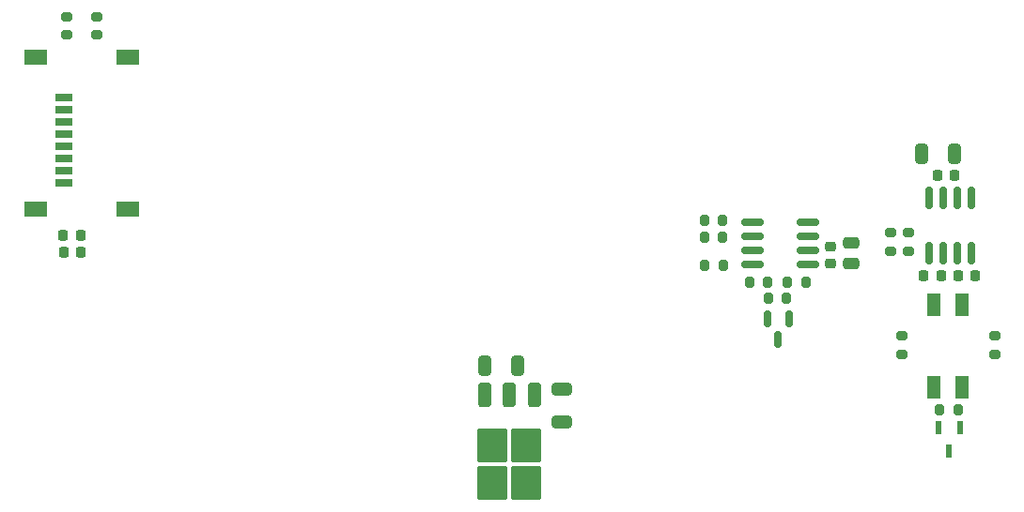
<source format=gbr>
%TF.GenerationSoftware,KiCad,Pcbnew,9.0.2*%
%TF.CreationDate,2025-09-08T10:53:28+03:00*%
%TF.ProjectId,OpenAirScope,4f70656e-4169-4725-9363-6f70652e6b69,v0-Draft*%
%TF.SameCoordinates,Original*%
%TF.FileFunction,Paste,Bot*%
%TF.FilePolarity,Positive*%
%FSLAX46Y46*%
G04 Gerber Fmt 4.6, Leading zero omitted, Abs format (unit mm)*
G04 Created by KiCad (PCBNEW 9.0.2) date 2025-09-08 10:53:28*
%MOMM*%
%LPD*%
G01*
G04 APERTURE LIST*
G04 Aperture macros list*
%AMRoundRect*
0 Rectangle with rounded corners*
0 $1 Rounding radius*
0 $2 $3 $4 $5 $6 $7 $8 $9 X,Y pos of 4 corners*
0 Add a 4 corners polygon primitive as box body*
4,1,4,$2,$3,$4,$5,$6,$7,$8,$9,$2,$3,0*
0 Add four circle primitives for the rounded corners*
1,1,$1+$1,$2,$3*
1,1,$1+$1,$4,$5*
1,1,$1+$1,$6,$7*
1,1,$1+$1,$8,$9*
0 Add four rect primitives between the rounded corners*
20,1,$1+$1,$2,$3,$4,$5,0*
20,1,$1+$1,$4,$5,$6,$7,0*
20,1,$1+$1,$6,$7,$8,$9,0*
20,1,$1+$1,$8,$9,$2,$3,0*%
G04 Aperture macros list end*
%ADD10RoundRect,0.225000X-0.225000X-0.250000X0.225000X-0.250000X0.225000X0.250000X-0.225000X0.250000X0*%
%ADD11RoundRect,0.250000X0.325000X0.650000X-0.325000X0.650000X-0.325000X-0.650000X0.325000X-0.650000X0*%
%ADD12RoundRect,0.200000X0.200000X0.275000X-0.200000X0.275000X-0.200000X-0.275000X0.200000X-0.275000X0*%
%ADD13RoundRect,0.200000X0.275000X-0.200000X0.275000X0.200000X-0.275000X0.200000X-0.275000X-0.200000X0*%
%ADD14R,0.600000X1.300000*%
%ADD15RoundRect,0.250000X0.475000X-0.250000X0.475000X0.250000X-0.475000X0.250000X-0.475000X-0.250000X0*%
%ADD16RoundRect,0.150000X-0.825000X-0.150000X0.825000X-0.150000X0.825000X0.150000X-0.825000X0.150000X0*%
%ADD17RoundRect,0.250000X-0.650000X0.325000X-0.650000X-0.325000X0.650000X-0.325000X0.650000X0.325000X0*%
%ADD18RoundRect,0.225000X0.225000X0.250000X-0.225000X0.250000X-0.225000X-0.250000X0.225000X-0.250000X0*%
%ADD19RoundRect,0.250000X-0.325000X-0.650000X0.325000X-0.650000X0.325000X0.650000X-0.325000X0.650000X0*%
%ADD20RoundRect,0.150000X-0.150000X0.825000X-0.150000X-0.825000X0.150000X-0.825000X0.150000X0.825000X0*%
%ADD21RoundRect,0.225000X0.250000X-0.225000X0.250000X0.225000X-0.250000X0.225000X-0.250000X-0.225000X0*%
%ADD22RoundRect,0.150000X-0.150000X0.587500X-0.150000X-0.587500X0.150000X-0.587500X0.150000X0.587500X0*%
%ADD23R,1.200000X2.000000*%
%ADD24RoundRect,0.250000X-1.125000X1.275000X-1.125000X-1.275000X1.125000X-1.275000X1.125000X1.275000X0*%
%ADD25RoundRect,0.250000X-0.350000X0.850000X-0.350000X-0.850000X0.350000X-0.850000X0.350000X0.850000X0*%
%ADD26RoundRect,0.200000X-0.275000X0.200000X-0.275000X-0.200000X0.275000X-0.200000X0.275000X0.200000X0*%
%ADD27R,1.500000X0.800000*%
%ADD28R,2.000000X1.450000*%
G04 APERTURE END LIST*
D10*
%TO.C,C75*%
X102600000Y-121850000D03*
X104150000Y-121850000D03*
%TD*%
D11*
%TO.C,C57*%
X182875000Y-112967618D03*
X179925000Y-112967618D03*
%TD*%
D12*
%TO.C,R40*%
X167775000Y-126000000D03*
X166125000Y-126000000D03*
%TD*%
D13*
%TO.C,R46*%
X105562070Y-102180641D03*
X105562070Y-100530641D03*
%TD*%
D14*
%TO.C,D6*%
X181460000Y-137650000D03*
X183360000Y-137650000D03*
X182410000Y-139750000D03*
%TD*%
D12*
%TO.C,R37*%
X161975000Y-118950000D03*
X160325000Y-118950000D03*
%TD*%
D10*
%TO.C,C76*%
X102570000Y-120310000D03*
X104120000Y-120310000D03*
%TD*%
D12*
%TO.C,R36*%
X161975000Y-120450000D03*
X160325000Y-120450000D03*
%TD*%
%TO.C,R32*%
X183205000Y-136090000D03*
X181555000Y-136090000D03*
%TD*%
D15*
%TO.C,C60*%
X173600000Y-122850000D03*
X173600000Y-120950000D03*
%TD*%
D16*
%TO.C,U10*%
X164725000Y-122905000D03*
X164725000Y-121635000D03*
X164725000Y-120365000D03*
X164725000Y-119095000D03*
X169675000Y-119095000D03*
X169675000Y-120365000D03*
X169675000Y-121635000D03*
X169675000Y-122905000D03*
%TD*%
D17*
%TO.C,C19*%
X147530000Y-134225000D03*
X147530000Y-137175000D03*
%TD*%
D18*
%TO.C,C58*%
X182925000Y-114867618D03*
X181375000Y-114867618D03*
%TD*%
D19*
%TO.C,C18*%
X140575000Y-132070000D03*
X143525000Y-132070000D03*
%TD*%
D12*
%TO.C,R33*%
X166050000Y-124500000D03*
X164400000Y-124500000D03*
%TD*%
%TO.C,R41*%
X169475000Y-124500000D03*
X167825000Y-124500000D03*
%TD*%
D13*
%TO.C,R39*%
X186490000Y-131040000D03*
X186490000Y-129390000D03*
%TD*%
D20*
%TO.C,U9*%
X180595000Y-116925000D03*
X181865000Y-116925000D03*
X183135000Y-116925000D03*
X184405000Y-116925000D03*
X184405000Y-121875000D03*
X183135000Y-121875000D03*
X181865000Y-121875000D03*
X180595000Y-121875000D03*
%TD*%
D21*
%TO.C,C61*%
X171750000Y-122825000D03*
X171750000Y-121275000D03*
%TD*%
D22*
%TO.C,D7*%
X166050000Y-127862500D03*
X167950000Y-127862500D03*
X167000000Y-129737500D03*
%TD*%
D13*
%TO.C,R45*%
X102876209Y-102206618D03*
X102876209Y-100556618D03*
%TD*%
D23*
%TO.C,L3*%
X181030000Y-126543250D03*
X183570000Y-126543250D03*
X183570000Y-134043250D03*
X181030000Y-134043250D03*
%TD*%
D24*
%TO.C,U4*%
X144320000Y-139300000D03*
X141270000Y-139300000D03*
X144320000Y-142650000D03*
X141270000Y-142650000D03*
D25*
X140515000Y-134675000D03*
X142795000Y-134675000D03*
X145075000Y-134675000D03*
%TD*%
D26*
%TO.C,R38*%
X178700000Y-120075000D03*
X178700000Y-121725000D03*
%TD*%
D13*
%TO.C,R31*%
X178140000Y-131040000D03*
X178140000Y-129390000D03*
%TD*%
D18*
%TO.C,C59*%
X181675000Y-123900000D03*
X180125000Y-123900000D03*
%TD*%
D12*
%TO.C,R35*%
X162025000Y-123000000D03*
X160375000Y-123000000D03*
%TD*%
D27*
%TO.C,J11*%
X102665000Y-107865000D03*
X102665000Y-108965000D03*
X102665000Y-110065000D03*
X102665000Y-111165000D03*
X102665000Y-112265000D03*
X102665000Y-113365000D03*
X102665000Y-114465000D03*
X102665000Y-115565000D03*
D28*
X108365000Y-104190000D03*
X100065000Y-104190000D03*
X108365000Y-117940000D03*
X100065000Y-117940000D03*
%TD*%
D13*
%TO.C,R34*%
X177100000Y-121725000D03*
X177100000Y-120075000D03*
%TD*%
D18*
%TO.C,C62*%
X184775000Y-123900000D03*
X183225000Y-123900000D03*
%TD*%
M02*

</source>
